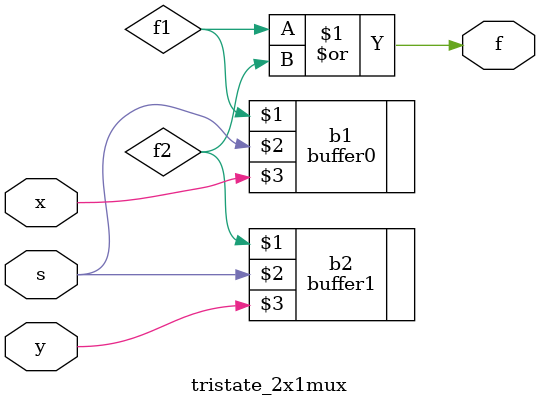
<source format=v>
`timescale 1ns / 1ps


module tristate_2x1mux(
input x,y,s,
output f);
    wire f1,f2;
    
    buffer0 b1(f1,s,x);
    buffer1 b2(f2,s,y);
    assign f=f1|f2;
    

endmodule

</source>
